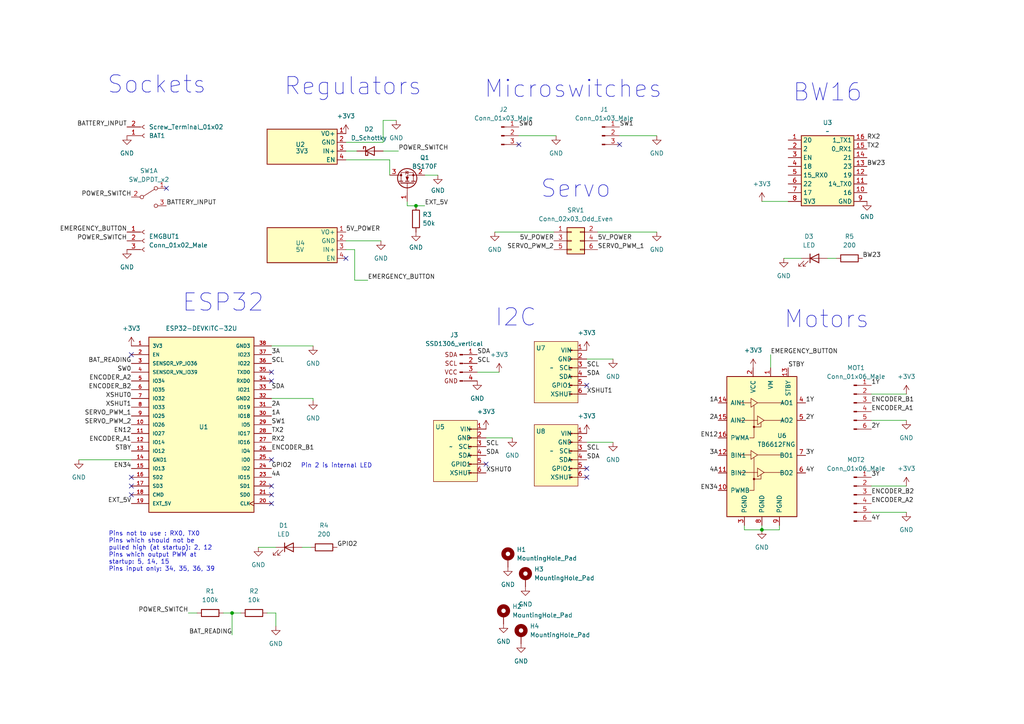
<source format=kicad_sch>
(kicad_sch (version 20231120) (generator "eeschema") (generator_version "8.0")
  (paper "A4")
  (title_block (comment 1 "First version of 2025 PAMI (2024-10)"))
  (lib_symbols
    (symbol "Connector:Conn_01x02_Female" (pin_names (offset 1.016) hide)
      (property "Reference" "J" (at 0 2.54 0))
      (property "Value" "Conn_01x02_Female" (at 0 -5.08 0))
      (symbol "Conn_01x02_Female_1_1"
        (arc (start 0 -2.032) (mid -0.5058 -2.54) (end 0 -3.048) (stroke (width 0.1524)))
        (polyline (pts (xy -1.27 -2.54) (xy -0.508 -2.54)) (stroke (width 0.1524)))
        (polyline (pts (xy -1.27 0) (xy -0.508 0)) (stroke (width 0.1524)))
        (arc (start 0 0.508) (mid -0.5058 0) (end 0 -0.508) (stroke (width 0.1524)))
        (pin passive line (at -5.08 0 0) (length 3.81) (name "Pin_1") (number "1"))
        (pin passive line (at -5.08 -2.54 0) (length 3.81) (name "Pin_2") (number "2"))
      )
    )
    (symbol "Connector:Conn_01x03_Female" (pin_names (offset 1.016) hide)
      (property "Reference" "J" (at 0 5.08 0))
      (property "Value" "Conn_01x03_Female" (at 0 -5.08 0))
      (symbol "Conn_01x03_Female_1_1"
        (arc (start 0 -2.032) (mid -0.5058 -2.54) (end 0 -3.048) (stroke (width 0.1524)))
        (polyline (pts (xy -1.27 -2.54) (xy -0.508 -2.54)) (stroke (width 0.1524)))
        (polyline (pts (xy -1.27 0) (xy -0.508 0)) (stroke (width 0.1524)))
        (polyline (pts (xy -1.27 2.54) (xy -0.508 2.54)) (stroke (width 0.1524)))
        (arc (start 0 0.508) (mid -0.5058 0) (end 0 -0.508) (stroke (width 0.1524)))
        (arc (start 0 3.048) (mid -0.5058 2.54) (end 0 2.032) (stroke (width 0.1524)))
        (pin passive line (at -5.08 2.54 0) (length 3.81) (name "Pin_1") (number "1"))
        (pin passive line (at -5.08 0 0) (length 3.81) (name "Pin_2") (number "2"))
        (pin passive line (at -5.08 -2.54 0) (length 3.81) (name "Pin_3") (number "3"))
      )
    )
    (symbol "Connector:Conn_01x03_Male" (pin_names (offset 1.016) hide)
      (property "Reference" "J" (at 0 5.08 0))
      (property "Value" "Conn_01x03_Male" (at 0 -5.08 0))
      (symbol "Conn_01x03_Male_1_1"
        (polyline (pts (xy 1.27 -2.54) (xy 0.8636 -2.54)) (stroke (width 0.1524)))
        (polyline (pts (xy 1.27 0) (xy 0.8636 0)) (stroke (width 0.1524)))
        (polyline (pts (xy 1.27 2.54) (xy 0.8636 2.54)) (stroke (width 0.1524)))
        (rectangle (start 0.8636 -2.413) (end 0 -2.667) (stroke (width 0.1524)) (fill (type outline)))
        (rectangle (start 0.8636 0.127) (end 0 -0.127) (stroke (width 0.1524)) (fill (type outline)))
        (rectangle (start 0.8636 2.667) (end 0 2.413) (stroke (width 0.1524)) (fill (type outline)))
        (pin passive line (at 5.08 2.54 180) (length 3.81) (name "Pin_1") (number "1"))
        (pin passive line (at 5.08 0 180) (length 3.81) (name "Pin_2") (number "2"))
        (pin passive line (at 5.08 -2.54 180) (length 3.81) (name "Pin_3") (number "3"))
      )
    )
    (symbol "Connector:Conn_01x06_Male" (pin_names (offset 1.016) hide)
      (property "Reference" "J" (at 0 7.62 0))
      (property "Value" "Conn_01x06_Male" (at 0 -10.16 0))
      (symbol "Conn_01x06_Male_1_1"
        (polyline (pts (xy 1.27 -7.62) (xy 0.8636 -7.62)) (stroke (width 0.1524)))
        (polyline (pts (xy 1.27 -5.08) (xy 0.8636 -5.08)) (stroke (width 0.1524)))
        (polyline (pts (xy 1.27 -2.54) (xy 0.8636 -2.54)) (stroke (width 0.1524)))
        (polyline (pts (xy 1.27 0) (xy 0.8636 0)) (stroke (width 0.1524)))
        (polyline (pts (xy 1.27 2.54) (xy 0.8636 2.54)) (stroke (width 0.1524)))
        (polyline (pts (xy 1.27 5.08) (xy 0.8636 5.08)) (stroke (width 0.1524)))
        (rectangle (start 0.8636 -7.493) (end 0 -7.747) (stroke (width 0.1524)) (fill (type outline)))
        (rectangle (start 0.8636 -4.953) (end 0 -5.207) (stroke (width 0.1524)) (fill (type outline)))
        (rectangle (start 0.8636 -2.413) (end 0 -2.667) (stroke (width 0.1524)) (fill (type outline)))
        (rectangle (start 0.8636 0.127) (end 0 -0.127) (stroke (width 0.1524)) (fill (type outline)))
        (rectangle (start 0.8636 2.667) (end 0 2.413) (stroke (width 0.1524)) (fill (type outline)))
        (rectangle (start 0.8636 5.207) (end 0 4.953) (stroke (width 0.1524)) (fill (type outline)))
        (pin passive line (at 5.08 5.08 180) (length 3.81) (name "Pin_1") (number "1"))
        (pin passive line (at 5.08 2.54 180) (length 3.81) (name "Pin_2") (number "2"))
        (pin passive line (at 5.08 0 180) (length 3.81) (name "Pin_3") (number "3"))
        (pin passive line (at 5.08 -2.54 180) (length 3.81) (name "Pin_4") (number "4"))
        (pin passive line (at 5.08 -5.08 180) (length 3.81) (name "Pin_5") (number "5"))
        (pin passive line (at 5.08 -7.62 180) (length 3.81) (name "Pin_6") (number "6"))
      )
    )
    (symbol "Connector_Generic:Conn_02x03_Odd_Even" (pin_names (offset 1.016) hide)
      (property "Reference" "J" (at 1.27 5.08 0))
      (property "Value" "Conn_02x03_Odd_Even" (at 1.27 -5.08 0))
      (symbol "Conn_02x03_Odd_Even_1_1"
        (rectangle (start -1.27 -2.413) (end 0 -2.667) (stroke (width 0.1524)))
        (rectangle (start -1.27 0.127) (end 0 -0.127) (stroke (width 0.1524)))
        (rectangle (start -1.27 2.667) (end 0 2.413) (stroke (width 0.1524)))
        (rectangle (start -1.27 3.81) (end 3.81 -3.81) (stroke (width 0.254)) (fill (type background)))
        (rectangle (start 3.81 -2.413) (end 2.54 -2.667) (stroke (width 0.1524)))
        (rectangle (start 3.81 0.127) (end 2.54 -0.127) (stroke (width 0.1524)))
        (rectangle (start 3.81 2.667) (end 2.54 2.413) (stroke (width 0.1524)))
        (pin passive line (at -5.08 2.54 0) (length 3.81) (name "Pin_1") (number "1"))
        (pin passive line (at 7.62 2.54 180) (length 3.81) (name "Pin_2") (number "2"))
        (pin passive line (at -5.08 0 0) (length 3.81) (name "Pin_3") (number "3"))
        (pin passive line (at 7.62 0 180) (length 3.81) (name "Pin_4") (number "4"))
        (pin passive line (at -5.08 -2.54 0) (length 3.81) (name "Pin_5") (number "5"))
        (pin passive line (at 7.62 -2.54 180) (length 3.81) (name "Pin_6") (number "6"))
      )
    )
    (symbol "Device:D_Schottky" (pin_numbers hide) (pin_names (offset 1.016) hide)
      (property "Reference" "D" (at 0 2.54 0))
      (property "Value" "D_Schottky" (at 0 -2.54 0))
      (symbol "D_Schottky_0_1"
        (polyline (pts (xy 1.27 0) (xy -1.27 0)))
        (polyline (pts (xy 1.27 1.27) (xy 1.27 -1.27) (xy -1.27 0) (xy 1.27 1.27)) (stroke (width 0.254)))
        (polyline (pts (xy -1.905 0.635) (xy -1.905 1.27) (xy -1.27 1.27) (xy -1.27 -1.27) (xy -0.635 -1.27) (xy -0.635 -0.635)) (stroke (width 0.254)))
      )
      (symbol "D_Schottky_1_1"
        (pin passive line (at -3.81 0 0) (length 2.54) (name "K") (number "1"))
        (pin passive line (at 3.81 0 180) (length 2.54) (name "A") (number "2"))
      )
    )
    (symbol "Device:LED" (pin_numbers hide) (pin_names (offset 1.016) hide)
      (property "Reference" "D" (at 0 2.54 0))
      (property "Value" "LED" (at 0 -2.54 0))
      (symbol "LED_0_1"
        (polyline (pts (xy -1.27 -1.27) (xy -1.27 1.27)) (stroke (width 0.254)))
        (polyline (pts (xy -1.27 0) (xy 1.27 0)))
        (polyline (pts (xy 1.27 -1.27) (xy 1.27 1.27) (xy -1.27 0) (xy 1.27 -1.27)) (stroke (width 0.254)))
        (polyline (pts (xy -3.048 -0.762) (xy -4.572 -2.286) (xy -3.81 -2.286) (xy -4.572 -2.286) (xy -4.572 -1.524)))
        (polyline (pts (xy -1.778 -0.762) (xy -3.302 -2.286) (xy -2.54 -2.286) (xy -3.302 -2.286) (xy -3.302 -1.524)))
      )
      (symbol "LED_1_1"
        (pin passive line (at -3.81 0 0) (length 2.54) (name "K") (number "1"))
        (pin passive line (at 3.81 0 180) (length 2.54) (name "A") (number "2"))
      )
    )
    (symbol "Device:R" (pin_numbers hide) (pin_names (offset 0))
      (property "Reference" "R" (at 2.032 0 90))
      (property "Value" "R" (at 0 0 90))
      (symbol "R_0_1"
        (rectangle (start -1.016 -2.54) (end 1.016 2.54) (stroke (width 0.254)))
      )
      (symbol "R_1_1"
        (pin passive line (at 0 3.81 270) (length 1.27) (name "~") (number "1"))
        (pin passive line (at 0 -3.81 90) (length 1.27) (name "~") (number "2"))
      )
    )
    (symbol "ESP32-DEVKITC-32U:ESP32-DEVKITC-32U" (pin_names (offset 1.016))
      (property "Reference" "U" (at -15.2572 26.0643 0))
      (property "Value" "ESP32-DEVKITC-32U" (at -15.2563 -27.9698 0))
      (symbol "ESP32-DEVKITC-32U_0_0"
        (rectangle (start -15.24 -25.4) (end 15.24 25.4) (stroke (width 0.254)) (fill (type background)))
        (pin power_in line (at -20.32 22.86 0) (length 5.08) (name "3V3") (number "1"))
        (pin bidirectional line (at -20.32 0 0) (length 5.08) (name "IO26") (number "10"))
        (pin bidirectional line (at -20.32 -2.54 0) (length 5.08) (name "IO27") (number "11"))
        (pin bidirectional line (at -20.32 -5.08 0) (length 5.08) (name "IO14") (number "12"))
        (pin bidirectional line (at -20.32 -7.62 0) (length 5.08) (name "IO12") (number "13"))
        (pin power_in line (at -20.32 -10.16 0) (length 5.08) (name "GND1") (number "14"))
        (pin bidirectional line (at -20.32 -12.7 0) (length 5.08) (name "IO13") (number "15"))
        (pin bidirectional line (at -20.32 -15.24 0) (length 5.08) (name "SD2") (number "16"))
        (pin bidirectional line (at -20.32 -17.78 0) (length 5.08) (name "SD3") (number "17"))
        (pin bidirectional line (at -20.32 -20.32 0) (length 5.08) (name "CMD") (number "18"))
        (pin power_in line (at -20.32 -22.86 0) (length 5.08) (name "EXT_5V") (number "19"))
        (pin input line (at -20.32 20.32 0) (length 5.08) (name "EN") (number "2"))
        (pin input clock (at 20.32 -22.86 180) (length 5.08) (name "CLK") (number "20"))
        (pin bidirectional line (at 20.32 -20.32 180) (length 5.08) (name "SD0") (number "21"))
        (pin bidirectional line (at 20.32 -17.78 180) (length 5.08) (name "SD1") (number "22"))
        (pin bidirectional line (at 20.32 -15.24 180) (length 5.08) (name "IO15") (number "23"))
        (pin bidirectional line (at 20.32 -12.7 180) (length 5.08) (name "IO2") (number "24"))
        (pin bidirectional line (at 20.32 -10.16 180) (length 5.08) (name "IO0") (number "25"))
        (pin bidirectional line (at 20.32 -7.62 180) (length 5.08) (name "IO4") (number "26"))
        (pin bidirectional line (at 20.32 -5.08 180) (length 5.08) (name "IO16") (number "27"))
        (pin bidirectional line (at 20.32 -2.54 180) (length 5.08) (name "IO17") (number "28"))
        (pin bidirectional line (at 20.32 0 180) (length 5.08) (name "IO5") (number "29"))
        (pin bidirectional line (at 20.32 2.54 180) (length 5.08) (name "IO18") (number "30"))
        (pin bidirectional line (at 20.32 5.08 180) (length 5.08) (name "IO19") (number "31"))
        (pin power_in line (at 20.32 7.62 180) (length 5.08) (name "GND2") (number "32"))
        (pin bidirectional line (at 20.32 10.16 180) (length 5.08) (name "IO21") (number "33"))
        (pin input line (at 20.32 12.7 180) (length 5.08) (name "RXD0") (number "34"))
        (pin output line (at 20.32 15.24 180) (length 5.08) (name "TXD0") (number "35"))
        (pin bidirectional line (at 20.32 17.78 180) (length 5.08) (name "IO22") (number "36"))
        (pin bidirectional line (at 20.32 20.32 180) (length 5.08) (name "IO23") (number "37"))
        (pin power_in line (at 20.32 22.86 180) (length 5.08) (name "GND3") (number "38"))
        (pin bidirectional line (at -20.32 12.7 0) (length 5.08) (name "IO34") (number "5"))
        (pin bidirectional line (at -20.32 10.16 0) (length 5.08) (name "IO35") (number "6"))
        (pin bidirectional line (at -20.32 7.62 0) (length 5.08) (name "IO32") (number "7"))
        (pin bidirectional line (at -20.32 5.08 0) (length 5.08) (name "IO33") (number "8"))
        (pin bidirectional line (at -20.32 2.54 0) (length 5.08) (name "IO25") (number "9"))
      )
      (symbol "ESP32-DEVKITC-32U_1_0"
        (pin input line (at -20.32 17.78 0) (length 5.08) (name "SENSOR_VP_IO36") (number "3"))
        (pin input line (at -20.32 15.24 0) (length 5.08) (name "SENSOR_VN_IO39") (number "4"))
      )
    )
    (symbol "GND_1" (power) (pin_names (offset 0))
      (property "Value" "GND_1" (at 0 -3.81 0))
      (symbol "GND_1_0_1"
        (polyline (pts (xy 0 0) (xy 0 -1.27) (xy 1.27 -1.27) (xy 0 -2.54) (xy -1.27 -1.27) (xy 0 -1.27)))
      )
      (symbol "GND_1_1_1"
        (pin power_in line (at 0 0 270) (length 0) hide (name "GND") (number "1"))
      )
    )
    (symbol "Mechanical:MountingHole_Pad" (pin_numbers hide) (pin_names (offset 1.016) hide)
      (property "Reference" "H" (at 0 6.35 0))
      (property "Value" "MountingHole_Pad" (at 0 4.445 0))
      (symbol "MountingHole_Pad_0_1"
        (circle (center 0 1.27) (radius 1.27) (stroke (width 1.27)))
      )
      (symbol "MountingHole_Pad_1_1"
        (pin input line (at 0 -2.54 90) (length 2.54) (name "1") (number "1"))
      )
    )
    (symbol "MiAM_ESP32:BW16_Breakout"
      (property "Reference" "U" (at 0 0 0))
      (symbol "BW16_Breakout_1_1"
        (rectangle (start -2.54 -1.27) (end 12.7 -21.59) (stroke (width 0.254)) (fill (type background)))
        (pin passive line (at -6.35 -2.54 0) (length 3.81) (name "20") (number "1"))
        (pin passive line (at 16.51 -17.78 180) (length 3.81) (name "16") (number "10"))
        (pin passive line (at 16.51 -15.24 180) (length 3.81) (name "14_TX0") (number "11"))
        (pin passive line (at 16.51 -12.7 180) (length 3.81) (name "19") (number "12"))
        (pin passive line (at 16.51 -10.16 180) (length 3.81) (name "23") (number "13"))
        (pin passive line (at 16.51 -7.62 180) (length 3.81) (name "21") (number "14"))
        (pin passive line (at 16.51 -5.08 180) (length 3.81) (name "0_RX1") (number "15"))
        (pin passive line (at 16.51 -2.54 180) (length 3.81) (name "1_TX1") (number "16"))
        (pin passive line (at -6.35 -5.08 0) (length 3.81) (name "2") (number "2"))
        (pin passive line (at -6.35 -7.62 0) (length 3.81) (name "EN") (number "3"))
        (pin passive line (at -6.35 -10.16 0) (length 3.81) (name "18") (number "4"))
        (pin passive line (at -6.35 -12.7 0) (length 3.81) (name "15_RX0") (number "5"))
        (pin passive line (at -6.35 -15.24 0) (length 3.81) (name "22") (number "6"))
        (pin passive line (at -6.35 -17.78 0) (length 3.81) (name "17") (number "7"))
        (pin passive line (at -6.35 -20.32 0) (length 3.81) (name "3V3") (number "8"))
        (pin passive line (at 16.51 -20.32 180) (length 3.81) (name "GND") (number "9"))
      )
    )
    (symbol "MiAM_ESP32:SSD1306_vertical" (pin_names (offset 1.016) hide)
      (property "Reference" "J" (at 0 5.08 0))
      (property "Value" "SSD1306_vertical" (at 0 -7.62 0))
      (symbol "SSD1306_vertical_1_1"
        (polyline (pts (xy 1.27 -5.08) (xy 0.8636 -5.08)) (stroke (width 0.1524)))
        (polyline (pts (xy 1.27 -2.54) (xy 0.8636 -2.54)) (stroke (width 0.1524)))
        (polyline (pts (xy 1.27 0) (xy 0.8636 0)) (stroke (width 0.1524)))
        (polyline (pts (xy 1.27 2.54) (xy 0.8636 2.54)) (stroke (width 0.1524)))
        (rectangle (start 0.8636 -4.953) (end 0 -5.207) (stroke (width 0.1524)) (fill (type outline)))
        (rectangle (start 0.8636 -2.413) (end 0 -2.667) (stroke (width 0.1524)) (fill (type outline)))
        (rectangle (start 0.8636 0.127) (end 0 -0.127) (stroke (width 0.1524)) (fill (type outline)))
        (rectangle (start 0.8636 2.667) (end 0 2.413) (stroke (width 0.1524)) (fill (type outline)))
        (text "GND" (at -2.54 -5.08 0) (effects (font (size 1.27 1.27))))
        (text "SCL" (at -2.54 0 0) (effects (font (size 1.27 1.27))))
        (text "SDA" (at -2.54 2.54 0) (effects (font (size 1.27 1.27))))
        (text "VCC" (at -2.54 -2.54 0) (effects (font (size 1.27 1.27))))
        (pin passive line (at 5.08 2.54 180) (length 3.81) (name "SDA") (number "1"))
        (pin passive line (at 5.08 0 180) (length 3.81) (name "SCL") (number "2"))
        (pin passive line (at 5.08 -2.54 180) (length 3.81) (name "VCC") (number "3"))
        (pin passive line (at 5.08 -5.08 180) (length 3.81) (name "GND") (number "4"))
      )
    )
    (symbol "MiAM_ESP32:TB6612FNG" (pin_names (offset 1.016))
      (property "Reference" "U" (at -5.08 26.035 0))
      (property "Value" "TB6612FNG" (at -5.08 24.13 0))
      (symbol "TB6612FNG_0_1"
        (rectangle (start -10.16 22.86) (end 10.16 -17.78) (stroke (width 0.254)) (fill (type background)))
        (circle (center -2.286 -6.858) (radius 0.254) (fill (type outline)))
        (circle (center -2.286 8.255) (radius 0.254) (fill (type outline)))
        (polyline (pts (xy -6.35 -4.953) (xy -1.27 -4.953)))
        (polyline (pts (xy -6.35 0.127) (xy -3.175 0.127)))
        (polyline (pts (xy -6.35 10.16) (xy -1.27 10.16)))
        (polyline (pts (xy -6.35 15.24) (xy -3.175 15.24)))
        (polyline (pts (xy -1.27 0.127) (xy 6.35 0.127)))
        (polyline (pts (xy -1.27 15.24) (xy 6.35 15.24)))
        (polyline (pts (xy 0.635 -4.953) (xy 6.35 -4.953)))
        (polyline (pts (xy 0.635 10.16) (xy 6.35 10.16)))
        (polyline (pts (xy -2.286 -6.858) (xy -0.254 -6.858) (xy -0.254 -5.588)))
        (polyline (pts (xy -2.286 -0.635) (xy -2.286 -10.16) (xy -3.556 -10.16)))
        (polyline (pts (xy -2.286 8.255) (xy -0.254 8.255) (xy -0.254 9.525)))
        (polyline (pts (xy -2.286 14.478) (xy -2.286 5.08) (xy -3.556 5.08)))
        (polyline (pts (xy -3.175 1.397) (xy -3.175 -1.143) (xy -1.27 0.127) (xy -3.175 1.397)))
        (polyline (pts (xy -3.175 16.51) (xy -3.175 13.97) (xy -1.27 15.24) (xy -3.175 16.51)))
        (polyline (pts (xy -1.27 -3.683) (xy -1.27 -6.223) (xy 0.635 -4.953) (xy -1.27 -3.683)))
        (polyline (pts (xy -1.27 11.43) (xy -1.27 8.89) (xy 0.635 10.16) (xy -1.27 11.43)))
      )
      (symbol "TB6612FNG_1_1"
        (pin power_in line (at 2.54 25.4 270) (length 2.54) (name "VM") (number "1"))
        (pin input line (at -12.7 -10.16 0) (length 2.54) (name "PWMB") (number "10"))
        (pin input line (at -12.7 -5.08 0) (length 2.54) (name "BIN2") (number "11"))
        (pin input line (at -12.7 0 0) (length 2.54) (name "BIN1") (number "12"))
        (pin input line (at 7.62 25.4 270) (length 2.54) (name "STBY") (number "13"))
        (pin input line (at -12.7 15.24 0) (length 2.54) (name "AIN1") (number "14"))
        (pin input line (at -12.7 10.16 0) (length 2.54) (name "AIN2") (number "15"))
        (pin input line (at -12.7 5.08 0) (length 2.54) (name "PWMA") (number "16"))
        (pin power_in line (at -2.54 25.4 270) (length 2.54) (name "VCC") (number "2"))
        (pin power_in line (at -5.08 -20.32 90) (length 2.54) (name "PGND") (number "3"))
        (pin output line (at 12.7 15.24 180) (length 2.54) (name "AO1") (number "4"))
        (pin output line (at 12.7 10.16 180) (length 2.54) (name "AO2") (number "5"))
        (pin output line (at 12.7 -5.08 180) (length 2.54) (name "BO2") (number "6"))
        (pin output line (at 12.7 0 180) (length 2.54) (name "BO1") (number "7"))
        (pin power_in line (at 0 -20.32 90) (length 2.54) (name "PGND") (number "8"))
        (pin power_in line (at 5.08 -20.32 90) (length 2.54) (name "PGND") (number "9"))
      )
    )
    (symbol "MiAM_ESP32:VL53L01XV2"
      (property "Reference" "U" (at 0 0 0))
      (symbol "VL53L01XV2_1_1"
        (rectangle (start -5.08 7.62) (end 7.62 -10.16) (fill (type background)))
        (polyline (pts (xy 6.35 -7.62) (xy 5.9436 -7.62)) (stroke (width 0.1524)))
        (polyline (pts (xy 6.35 -5.08) (xy 5.9436 -5.08)) (stroke (width 0.1524)))
        (polyline (pts (xy 6.35 -2.54) (xy 5.9436 -2.54)) (stroke (width 0.1524)))
        (polyline (pts (xy 6.35 0) (xy 5.9436 0)) (stroke (width 0.1524)))
        (polyline (pts (xy 6.35 2.54) (xy 5.9436 2.54)) (stroke (width 0.1524)))
        (polyline (pts (xy 6.35 5.08) (xy 5.9436 5.08)) (stroke (width 0.1524)))
        (rectangle (start 5.9436 -7.493) (end 5.08 -7.747) (stroke (width 0.1524)) (fill (type outline)))
        (rectangle (start 5.9436 -4.953) (end 5.08 -5.207) (stroke (width 0.1524)) (fill (type outline)))
        (rectangle (start 5.9436 -2.413) (end 5.08 -2.667) (stroke (width 0.1524)) (fill (type outline)))
        (rectangle (start 5.9436 0.127) (end 5.08 -0.127) (stroke (width 0.1524)) (fill (type outline)))
        (rectangle (start 5.9436 2.667) (end 5.08 2.413) (stroke (width 0.1524)) (fill (type outline)))
        (rectangle (start 5.9436 5.207) (end 5.08 4.953) (stroke (width 0.1524)) (fill (type outline)))
        (pin passive line (at 10.16 5.08 180) (length 3.81) (name "VIN") (number "1"))
        (pin passive line (at 10.16 2.54 180) (length 3.81) (name "GND") (number "2"))
        (pin passive line (at 10.16 0 180) (length 3.81) (name "SCL") (number "3"))
        (pin passive line (at 10.16 -2.54 180) (length 3.81) (name "SDA") (number "4"))
        (pin passive line (at 10.16 -5.08 180) (length 3.81) (name "GPIO1") (number "5"))
        (pin passive line (at 10.16 -7.62 180) (length 3.81) (name "XSHUT") (number "6"))
      )
    )
    (symbol "MiAM_ESP32:VoltageRegulator"
      (property "Reference" "U" (at -2.54 10.16 0))
      (property "Value" "VoltageRegulator" (at -2.54 7.62 0))
      (symbol "VoltageRegulator_0_1"
        (rectangle (start -10.16 5.08) (end 10.16 -5.08) (stroke (width 0.254)) (fill (type background)))
      )
      (symbol "VoltageRegulator_1_1"
        (pin power_out line (at 12.7 3.81 180) (length 2.54) (name "VO+") (number "1"))
        (pin passive line (at 12.7 1.27 180) (length 2.54) (name "GND") (number "2"))
        (pin power_in line (at 12.7 -1.27 180) (length 2.54) (name "IN+") (number "3"))
        (pin input line (at 12.7 -3.81 180) (length 2.54) (name "EN") (number "4"))
      )
    )
    (symbol "Switch:SW_DPDT_x2" (pin_names (offset 0) hide)
      (property "Reference" "SW" (at 0 4.318 0))
      (property "Value" "SW_DPDT_x2" (at 0 -5.08 0))
      (symbol "SW_DPDT_x2_0_0"
        (circle (center -2.032 0) (radius 0.508))
        (circle (center 2.032 -2.54) (radius 0.508))
      )
      (symbol "SW_DPDT_x2_0_1"
        (polyline (pts (xy -1.524 0.254) (xy 1.651 2.286)))
        (circle (center 2.032 2.54) (radius 0.508))
      )
      (symbol "SW_DPDT_x2_1_1"
        (pin passive line (at 5.08 2.54 180) (length 2.54) (name "A") (number "1"))
        (pin passive line (at -5.08 0 0) (length 2.54) (name "B") (number "2"))
        (pin passive line (at 5.08 -2.54 180) (length 2.54) (name "C") (number "3"))
      )
      (symbol "SW_DPDT_x2_2_1"
        (pin passive line (at 5.08 2.54 180) (length 2.54) (name "A") (number "4"))
        (pin passive line (at -5.08 0 0) (length 2.54) (name "B") (number "5"))
        (pin passive line (at 5.08 -2.54 180) (length 2.54) (name "C") (number "6"))
      )
    )
    (symbol "Transistor_FET:BS170F" (pin_names hide)
      (property "Reference" "Q" (at 5.08 1.905 0))
      (property "Value" "BS170F" (at 5.08 0 0))
      (symbol "BS170F_0_1"
        (polyline (pts (xy 0.254 0) (xy -2.54 0)))
        (polyline (pts (xy 0.254 1.905) (xy 0.254 -1.905)) (stroke (width 0.254)))
        (polyline (pts (xy 0.762 -1.27) (xy 0.762 -2.286)) (stroke (width 0.254)))
        (polyline (pts (xy 0.762 0.508) (xy 0.762 -0.508)) (stroke (width 0.254)))
        (polyline (pts (xy 0.762 2.286) (xy 0.762 1.27)) (stroke (width 0.254)))
        (polyline (pts (xy 2.54 2.54) (xy 2.54 1.778)))
        (polyline (pts (xy 2.54 -2.54) (xy 2.54 0) (xy 0.762 0)))
        (polyline (pts (xy 0.762 -1.778) (xy 3.302 -1.778) (xy 3.302 1.778) (xy 0.762 1.778)))
        (polyline (pts (xy 1.016 0) (xy 2.032 0.381) (xy 2.032 -0.381) (xy 1.016 0)) (fill (type outline)))
        (polyline (pts (xy 2.794 0.508) (xy 2.921 0.381) (xy 3.683 0.381) (xy 3.81 0.254)))
        (polyline (pts (xy 3.302 0.381) (xy 2.921 -0.254) (xy 3.683 -0.254) (xy 3.302 0.381)))
        (circle (center 1.651 0) (radius 2.794) (stroke (width 0.254)))
        (circle (center 2.54 -1.778) (radius 0.254) (fill (type outline)))
        (circle (center 2.54 1.778) (radius 0.254) (fill (type outline)))
      )
      (symbol "BS170F_1_1"
        (pin input line (at -5.08 0 0) (length 2.54) (name "G") (number "1"))
        (pin passive line (at 2.54 -5.08 90) (length 2.54) (name "S") (number "2"))
        (pin passive line (at 2.54 5.08 270) (length 2.54) (name "D") (number "3"))
      )
    )
    (symbol "power:+3V3" (power) (pin_names (offset 0))
      (property "Value" "+3V3" (at 0 3.556 0))
      (symbol "+3V3_0_1"
        (polyline (pts (xy -0.762 1.27) (xy 0 2.54)))
        (polyline (pts (xy 0 0) (xy 0 2.54)))
        (polyline (pts (xy 0 2.54) (xy 0.762 1.27)))
      )
      (symbol "+3V3_1_1"
        (pin power_in line (at 0 0 90) (length 0) hide (name "+3V3") (number "1"))
      )
    )
    (symbol "power:GND" (power) (pin_names (offset 0))
      (property "Value" "GND" (at 0 -3.81 0))
      (symbol "GND_0_1"
        (polyline (pts (xy 0 0) (xy 0 -1.27) (xy 1.27 -1.27) (xy 0 -2.54) (xy -1.27 -1.27) (xy 0 -1.27)))
      )
      (symbol "GND_1_1"
        (pin power_in line (at 0 0 270) (length 0) hide (name "GND") (number "1"))
      )
    )
  )
  (junction (at 120.65 59.69))
  (junction (at 220.98 153.67))
  (junction (at 67.31 177.8))
  (no_connect (at 78.74 110.49))
  (no_connect (at 78.74 133.35))
  (no_connect (at 78.74 140.97))
  (no_connect (at 140.97 134.62))
  (no_connect (at 100.33 74.93))
  (no_connect (at 78.74 107.95))
  (no_connect (at 170.18 111.76))
  (no_connect (at 38.1 138.43))
  (no_connect (at 48.26 54.61))
  (no_connect (at 170.18 135.89))
  (no_connect (at 170.18 138.43))
  (no_connect (at 150.495 41.91))
  (no_connect (at 78.74 143.51))
  (no_connect (at 38.1 143.51))
  (no_connect (at 38.1 102.87))
  (no_connect (at 38.1 140.97))
  (no_connect (at 78.74 146.05))
  (no_connect (at 179.705 41.91))
  (wire (pts (xy 111.125 34.925) (xy 114.935 34.925)))
  (wire (pts (xy 220.98 58.42) (xy 228.6 58.42)))
  (wire (pts (xy 102.87 72.39) (xy 102.87 81.28)))
  (wire (pts (xy 77.47 177.8) (xy 80.01 177.8)))
  (wire (pts (xy 87.63 158.75) (xy 90.17 158.75)))
  (wire (pts (xy 64.77 177.8) (xy 67.31 177.8)))
  (wire (pts (xy 111.125 41.275) (xy 100.33 41.275)))
  (wire (pts (xy 90.805 116.205) (xy 90.805 115.57)))
  (wire (pts (xy 223.52 102.87) (xy 223.52 106.68)))
  (wire (pts (xy 252.73 148.59) (xy 262.89 148.59)))
  (wire (pts (xy 138.43 107.95) (xy 144.78 107.95)))
  (wire (pts (xy 67.31 177.8) (xy 67.31 184.15)))
  (wire (pts (xy 140.97 127) (xy 148.59 127)))
  (wire (pts (xy 170.18 104.14) (xy 177.8 104.14)))
  (wire (pts (xy 118.11 59.69) (xy 118.11 58.42)))
  (wire (pts (xy 74.93 158.75) (xy 80.01 158.75)))
  (wire (pts (xy 90.805 115.57) (xy 78.74 115.57)))
  (wire (pts (xy 179.705 39.37) (xy 190.5 39.37)))
  (wire (pts (xy 120.65 59.69) (xy 123.19 59.69)))
  (wire (pts (xy 226.06 153.67) (xy 226.06 152.4)))
  (wire (pts (xy 227.33 74.93) (xy 232.41 74.93)))
  (wire (pts (xy 111.125 43.815) (xy 115.57 43.815)))
  (wire (pts (xy 143.51 67.31) (xy 160.655 67.31)))
  (wire (pts (xy 102.87 81.28) (xy 106.68 81.28)))
  (wire (pts (xy 111.125 34.925) (xy 111.125 41.275)))
  (wire (pts (xy 100.33 46.355) (xy 113.03 46.355)))
  (wire (pts (xy 78.74 100.33) (xy 90.805 100.33)))
  (wire (pts (xy 215.9 153.67) (xy 215.9 152.4)))
  (wire (pts (xy 220.98 152.4) (xy 220.98 153.67)))
  (wire (pts (xy 252.73 114.3) (xy 262.89 114.3)))
  (wire (pts (xy 69.85 177.8) (xy 67.31 177.8)))
  (wire (pts (xy 22.86 133.35) (xy 38.1 133.35)))
  (wire (pts (xy 123.19 50.8) (xy 127 50.8)))
  (wire (pts (xy 118.11 59.69) (xy 120.65 59.69)))
  (wire (pts (xy 170.18 128.27) (xy 177.8 128.27)))
  (wire (pts (xy 215.9 153.67) (xy 220.98 153.67)))
  (wire (pts (xy 100.33 72.39) (xy 102.87 72.39)))
  (wire (pts (xy 252.73 140.97) (xy 262.89 140.97)))
  (wire (pts (xy 113.03 46.355) (xy 113.03 50.8)))
  (wire (pts (xy 220.98 153.67) (xy 226.06 153.67)))
  (wire (pts (xy 54.61 177.8) (xy 57.15 177.8)))
  (wire (pts (xy 252.73 121.92) (xy 262.89 121.92)))
  (wire (pts (xy 240.03 74.93) (xy 242.57 74.93)))
  (wire (pts (xy 173.355 67.31) (xy 190.5 67.31)))
  (wire (pts (xy 103.505 43.815) (xy 100.33 43.815)))
  (wire (pts (xy 80.01 177.8) (xy 80.01 181.61)))
  (wire (pts (xy 150.495 39.37) (xy 161.29 39.37)))
  (wire (pts (xy 100.33 69.85) (xy 110.49 69.85)))
  (text "Pins not to use : RX0, TX0\nPins which should not be \npulled high (at startup): 2, 12\nPins which output PWM at\nstartup: 5, 14, 15\nPins input only: 34, 35, 36, 39" (at 31.496 165.862 0) (effects (font (size 1.27 1.27)) (justify left bottom)))
  (text "Sockets" (at 45.466 24.638 0) (effects (font (size 5 5))))
  (text "ESP32" (at 52.705 90.805 0) (effects (font (size 5 5)) (justify left bottom)))
  (text "Regulators" (at 102.362 25.146 0) (effects (font (size 5 5))))
  (text "BW16" (at 240.03 26.924 0) (effects (font (size 5 5))))
  (text "Microswitches" (at 166.243 25.908 0) (effects (font (size 5 5))))
  (text "Pin 2 is internal LED" (at 107.95 135.89 0) (effects (font (size 1.27 1.27)) (justify right bottom)))
  (text "I2C" (at 149.606 92.202 0) (effects (font (size 5 5))))
  (text "Motors" (at 239.776 92.71 0) (effects (font (size 5 5))))
  (text "Servo" (at 167.005 54.864 0) (effects (font (size 5 5))))
  (label "EN34" (at 38.1 135.89 180))
  (label "SERVO_PWM_1" (at 38.1 120.65 180))
  (label "ENCODER_A2" (at 252.73 146.05 0))
  (label "3A" (at 78.74 102.87 0))
  (label "EXT_5V" (at 38.1 146.05 180))
  (label "BAT_READING" (at 38.1 105.41 180))
  (label "ENCODER_B1" (at 252.73 116.84 0))
  (label "1A" (at 78.74 120.65 0))
  (label "ENCODER_A2" (at 38.1 110.49 180))
  (label "BATTERY_INPUT" (at 48.26 59.69 0))
  (label "SCL" (at 170.18 130.81 0))
  (label "RX2" (at 78.74 128.27 0))
  (label "XSHUT1" (at 170.18 114.3 0))
  (label "SCL" (at 140.97 129.54 0))
  (label "5V_POWER" (at 173.355 69.85 0))
  (label "5V_POWER" (at 100.33 67.31 0))
  (label "SW0" (at 38.1 107.95 180))
  (label "SDA" (at 170.18 109.22 0))
  (label "EMERGENCY_BUTTON" (at 36.83 67.31 180))
  (label "ENCODER_B2" (at 252.73 143.51 0))
  (label "EN12" (at 38.1 125.73 180))
  (label "ENCODER_A1" (at 38.1 128.27 180))
  (label "ENCODER_B2" (at 38.1 113.03 180))
  (label "BW23" (at 250.19 74.93 0))
  (label "1Y" (at 252.73 111.76 0))
  (label "3Y" (at 233.68 132.08 0))
  (label "BAT_READING" (at 67.31 184.15 180))
  (label "SDA" (at 138.43 102.87 0))
  (label "2A" (at 208.28 121.92 180))
  (label "ENCODER_A1" (at 252.73 119.38 0))
  (label "STBY" (at 38.1 130.81 180))
  (label "4Y" (at 252.73 151.13 0))
  (label "XSHUT0" (at 140.97 137.16 0))
  (label "POWER_SWITCH" (at 38.1 57.15 180))
  (label "GPIO2" (at 97.79 158.75 0))
  (label "1A" (at 208.28 116.84 180))
  (label "BW23" (at 251.46 48.26 0))
  (label "EMERGENCY_BUTTON" (at 223.52 102.87 0))
  (label "SW0" (at 150.495 36.83 0))
  (label "2A" (at 78.74 118.11 0))
  (label "SCL" (at 170.18 106.68 0))
  (label "STBY" (at 228.6 106.68 0))
  (label "SERVO_PWM_2" (at 38.1 123.19 180))
  (label "SCL" (at 138.43 105.41 0))
  (label "SDA" (at 78.74 113.03 0))
  (label "EN34" (at 208.28 142.24 180))
  (label "SW1" (at 179.705 36.83 0))
  (label "GPIO2" (at 78.74 135.89 0))
  (label "POWER_SWITCH" (at 115.57 43.815 0))
  (label "SERVO_PWM_2" (at 160.655 72.39 180))
  (label "2Y" (at 252.73 124.46 0))
  (label "SDA" (at 170.18 133.35 0))
  (label "SW1" (at 78.74 123.19 0))
  (label "3Y" (at 252.73 138.43 0))
  (label "RX2" (at 251.46 40.64 0))
  (label "EN12" (at 208.28 127 180))
  (label "4A" (at 208.28 137.16 180))
  (label "1Y" (at 233.68 116.84 0))
  (label "EMERGENCY_BUTTON" (at 106.68 81.28 0))
  (label "SDA" (at 140.97 132.08 0))
  (label "4A" (at 78.74 138.43 0))
  (label "EXT_5V" (at 123.19 59.69 0))
  (label "TX2" (at 78.74 125.73 0))
  (label "ENCODER_B1" (at 78.74 130.81 0))
  (label "TX2" (at 251.46 43.18 0))
  (label "XSHUT1" (at 38.1 118.11 180))
  (label "3A" (at 208.28 132.08 180))
  (label "5V_POWER" (at 160.655 69.85 180))
  (label "SERVO_PWM_1" (at 173.355 72.39 0))
  (label "2Y" (at 233.68 121.92 0))
  (label "XSHUT0" (at 38.1 115.57 180))
  (label "SCL" (at 78.74 105.41 0))
  (label "4Y" (at 233.68 137.16 0))
  (label "POWER_SWITCH" (at 54.61 177.8 180))
  (label "BATTERY_INPUT" (at 36.83 36.83 180))
  (label "POWER_SWITCH" (at 36.83 69.85 180))
  (symbol (lib_id "power:GND") (at 146.05 180.975 0) (unit 1)
    (property "Reference" "#PWR014" (effects (hide yes)))
    (property "Value" "GND" (at 146.05 186.055 0))
  )
  (symbol (lib_id "Connector:Conn_01x03_Male") (at 174.625 39.37 0) (unit 1)
    (property "Reference" "J1" (at 175.26 31.75 0))
    (property "Value" "Conn_01x03_Male" (at 175.26 34.29 0))
    (property "Footprint" "MiAM_ESP32_Footprints:Microruptor" (effects (hide yes)))
  )
  (symbol (lib_id "power:+3V3") (at 170.18 101.6 0) (unit 1)
    (property "Reference" "#PWR013" (effects (hide yes)))
    (property "Value" "+3V3" (at 170.18 96.52 0))
  )
  (symbol (lib_id "Connector:Conn_01x06_Male") (at 247.65 116.84 0) (unit 1)
    (property "Reference" "MOT1" (at 248.285 106.68 0))
    (property "Value" "Conn_01x06_Male" (at 248.285 109.22 0))
    (property "Footprint" "Connector_PinHeader_2.54mm:PinHeader_1x06_P2.54mm_Vertical" (effects (hide yes)))
  )
  (symbol (lib_id "MiAM_ESP32:VL53L01XV2") (at 130.81 129.54 0) (unit 1)
    (property "Reference" "U5" (at 127.635 123.825 0))
    (property "Value" "~" (at 130.81 129.54 0))
    (property "Footprint" "Connector_PinHeader_2.54mm:PinHeader_1x06_P2.54mm_Vertical" (effects (hide yes)))
  )
  (symbol (lib_id "power:GND") (at 110.49 69.85 0) (unit 1)
    (property "Reference" "#PWR036" (effects (hide yes)))
    (property "Value" "GND" (at 110.49 74.93 0))
  )
  (symbol (lib_id "MiAM_ESP32:SSD1306_vertical") (at 133.35 105.41 0) (unit 1)
    (property "Reference" "J3" (at 131.7299 97.155 0))
    (property "Value" "SSD1306_vertical" (at 131.7299 99.695 0))
    (property "Footprint" "MiAM_ESP32_Footprints:SSD1306_vertical" (effects (hide yes)))
  )
  (symbol (lib_id "Mechanical:MountingHole_Pad") (at 146.05 178.435 0) (unit 1)
    (property "Reference" "H2" (at 148.59 175.895 0) (effects (justify left)))
    (property "Value" "MountingHole_Pad" (at 148.59 178.435 0) (effects (justify left)))
    (property "Footprint" "MountingHole:MountingHole_3.2mm_M3_DIN965_Pad" (effects (hide yes)))
  )
  (symbol (lib_id "Device:R") (at 246.38 74.93 90) (unit 1)
    (property "Reference" "R5" (at 246.38 68.58 90))
    (property "Value" "200" (at 246.38 71.12 90))
    (property "Footprint" "Resistor_SMD:R_0805_2012Metric" (effects (hide yes)))
  )
  (symbol (lib_id "MiAM_ESP32:VL53L01XV2") (at 160.02 130.81 0) (unit 1)
    (property "Reference" "U8" (at 156.845 125.095 0))
    (property "Value" "~" (at 160.02 130.81 0))
    (property "Footprint" "Connector_PinHeader_2.54mm:PinHeader_1x06_P2.54mm_Vertical" (effects (hide yes)))
  )
  (symbol (lib_id "power:+3V3") (at 218.44 106.68 0) (unit 1)
    (property "Reference" "#PWR03" (effects (hide yes)))
    (property "Value" "+3V3" (at 218.44 101.6 0))
  )
  (symbol (lib_id "power:+3V3") (at 262.89 140.97 0) (unit 1)
    (property "Reference" "#PWR016" (effects (hide yes)))
    (property "Value" "+3V3" (at 262.89 135.89 0))
  )
  (symbol (lib_id "power:+3V3") (at 220.98 58.42 0) (unit 1)
    (property "Reference" "#PWR025" (effects (hide yes)))
    (property "Value" "+3V3" (at 220.98 53.34 0))
  )
  (symbol (lib_id "Connector:Conn_01x02_Female") (at 41.91 39.37 0) (mirror x) (unit 1)
    (property "Reference" "BAT1" (at 43.18 39.37 0) (effects (justify left)))
    (property "Value" "Screw_Terminal_01x02" (at 43.18 36.83 0) (effects (justify left)))
    (property "Footprint" "Connector_JST:JST_PH_B2B-PH-K_1x02_P2.00mm_Vertical" (effects (hide yes)))
  )
  (symbol (lib_id "power:GND") (at 227.33 74.93 0) (unit 1)
    (property "Reference" "#PWR032" (effects (hide yes)))
    (property "Value" "GND" (at 227.33 80.01 0))
  )
  (symbol (lib_id "power:GND") (at 147.32 164.465 0) (unit 1)
    (property "Reference" "#PWR012" (effects (hide yes)))
    (property "Value" "GND" (at 147.32 169.545 0))
  )
  (symbol (lib_id "power:GND") (at 74.93 158.75 0) (unit 1)
    (property "Reference" "#PWR035" (effects (hide yes)))
    (property "Value" "GND" (at 74.93 163.83 0))
  )
  (symbol (lib_id "power:GND") (at 22.86 133.35 0) (unit 1)
    (property "Reference" "#PWR01" (effects (hide yes)))
    (property "Value" "GND" (at 22.86 138.43 0))
  )
  (symbol (lib_name "GND_1") (lib_id "power:GND") (at 127 50.8 0) (unit 1)
    (property "Reference" "#PWR033" (effects (hide yes)))
    (property "Value" "GND" (at 127 55.245 0))
  )
  (symbol (lib_id "Transistor_FET:BS170F") (at 118.11 53.34 90) (unit 1)
    (property "Reference" "Q1" (at 123.19 45.72 90))
    (property "Value" "BS170F" (at 123.19 48.26 90))
    (property "Footprint" "Package_TO_SOT_SMD:SOT-23" (effects (hide yes)))
    (property "Datasheet" "http://www.diodes.com/assets/Datasheets/BS170F.pdf" (effects (hide yes)))
  )
  (symbol (lib_id "MiAM_ESP32:VoltageRegulator") (at 87.63 42.545 0) (unit 1)
    (property "Reference" "U2" (at 85.725 41.91 0) (effects (justify left)))
    (property "Value" "3V3" (at 85.725 43.815 0) (effects (justify left)))
    (property "Footprint" "MiAM_ESP32_Footprints:VoltageRegulator" (effects (hide yes)))
  )
  (symbol (lib_id "Device:LED") (at 83.82 158.75 0) (unit 1)
    (property "Reference" "D1" (at 82.2325 152.4 0))
    (property "Value" "LED" (at 82.2325 154.94 0))
    (property "Footprint" "LED_THT:LED_D3.0mm" (effects (hide yes)))
  )
  (symbol (lib_id "MiAM_ESP32:BW16_Breakout") (at 234.95 38.1 0) (unit 1)
    (property "Reference" "U3" (at 240.03 35.56 0))
    (property "Value" "~" (at 240.03 38.1 0))
    (property "Footprint" "MiAM_ESP32_Footprints:BW16_Breakout" (effects (hide yes)))
  )
  (symbol (lib_id "Device:LED") (at 236.22 74.93 0) (unit 1)
    (property "Reference" "D3" (at 234.6325 68.58 0))
    (property "Value" "LED" (at 234.6325 71.12 0))
    (property "Footprint" "LED_THT:LED_D3.0mm" (effects (hide yes)))
  )
  (symbol (lib_id "power:GND") (at 262.89 148.59 0) (unit 1)
    (property "Reference" "#PWR021" (effects (hide yes)))
    (property "Value" "GND" (at 262.89 153.67 0))
  )
  (symbol (lib_id "Device:R") (at 73.66 177.8 90) (unit 1)
    (property "Reference" "R2" (at 73.66 171.45 90))
    (property "Value" "10k" (at 73.66 173.99 90))
    (property "Footprint" "Resistor_SMD:R_0805_2012Metric_Pad1.20x1.40mm_HandSolder" (effects (hide yes)))
  )
  (symbol (lib_id "Device:R") (at 120.65 63.5 0) (unit 1)
    (property "Reference" "R3" (at 122.555 62.23 0) (effects (justify left)))
    (property "Value" "50k" (at 122.555 64.77 0) (effects (justify left)))
    (property "Footprint" "Resistor_SMD:R_0805_2012Metric" (effects (hide yes)))
  )
  (symbol (lib_id "Connector:Conn_01x03_Female") (at 41.91 69.85 0) (unit 1)
    (property "Reference" "EMGBUT1" (at 43.18 68.58 0) (effects (justify left)))
    (property "Value" "Conn_01x02_Male" (at 43.18 71.12 0) (effects (justify left)))
    (property "Footprint" "Connector_JST:JST_PH_B3B-PH-K_1x03_P2.00mm_Vertical" (effects (hide yes)))
  )
  (symbol (lib_id "power:GND") (at 90.805 116.205 0) (unit 1)
    (property "Reference" "#PWR018" (effects (hide yes)))
    (property "Value" "GND" (at 90.805 121.285 0))
  )
  (symbol (lib_id "power:+3V3") (at 38.1 100.33 0) (unit 1)
    (property "Reference" "#PWR015" (effects (hide yes)))
    (property "Value" "+3V3" (at 38.1 95.25 0))
  )
  (symbol (lib_id "power:GND") (at 143.51 67.31 0) (unit 1)
    (property "Reference" "#PWR010" (effects (hide yes)))
    (property "Value" "GND" (at 143.51 72.39 0))
  )
  (symbol (lib_id "MiAM_ESP32:VoltageRegulator") (at 87.63 71.12 0) (unit 1)
    (property "Reference" "U4" (at 85.725 70.485 0) (effects (justify left)))
    (property "Value" "5V" (at 85.725 72.39 0) (effects (justify left)))
    (property "Footprint" "MiAM_ESP32_Footprints:VoltageRegulator" (effects (hide yes)))
  )
  (symbol (lib_id "power:GND") (at 177.8 128.27 0) (unit 1)
    (property "Reference" "#PWR029" (effects (hide yes)))
    (property "Value" "GND" (at 177.8 133.35 0))
  )
  (symbol (lib_id "Device:D_Schottky") (at 107.315 43.815 0) (unit 1)
    (property "Reference" "D2" (at 106.9975 37.465 0))
    (property "Value" "D_Schottky" (at 106.9975 40.005 0))
    (property "Footprint" "Diode_SMD:D_SOD-323_HandSoldering" (effects (hide yes)))
  )
  (symbol (lib_name "GND_1") (lib_id "power:GND") (at 251.46 58.42 0) (unit 1)
    (property "Reference" "#PWR030" (effects (hide yes)))
    (property "Value" "GND" (at 251.46 62.865 0))
  )
  (symbol (lib_id "power:GND") (at 90.805 100.33 0) (unit 1)
    (property "Reference" "#PWR017" (effects (hide yes)))
    (property "Value" "GND" (at 90.805 105.41 0))
  )
  (symbol (lib_id "power:GND") (at 190.5 67.31 0) (unit 1)
    (property "Reference" "#PWR011" (effects (hide yes)))
    (property "Value" "GND" (at 190.5 72.39 0))
  )
  (symbol (lib_id "power:GND") (at 80.01 181.61 0) (unit 1)
    (property "Reference" "#PWR0115" (effects (hide yes)))
    (property "Value" "GND" (at 80.01 186.69 0))
  )
  (symbol (lib_name "GND_1") (lib_id "power:GND") (at 120.65 67.31 0) (unit 1)
    (property "Reference" "#PWR038" (effects (hide yes)))
    (property "Value" "GND" (at 120.65 71.755 0))
  )
  (symbol (lib_id "power:GND") (at 138.43 110.49 0) (unit 1)
    (property "Reference" "#PWR06" (effects (hide yes)))
    (property "Value" "GND" (at 138.43 115.57 0))
  )
  (symbol (lib_id "Device:R") (at 60.96 177.8 90) (unit 1)
    (property "Reference" "R1" (at 60.96 171.45 90))
    (property "Value" "100k" (at 60.96 173.99 90))
    (property "Footprint" "Resistor_SMD:R_0805_2012Metric_Pad1.20x1.40mm_HandSolder" (effects (hide yes)))
  )
  (symbol (lib_id "Device:R") (at 93.98 158.75 90) (unit 1)
    (property "Reference" "R4" (at 93.98 152.4 90))
    (property "Value" "200" (at 93.98 154.94 90))
    (property "Footprint" "Resistor_SMD:R_0805_2012Metric" (effects (hide yes)))
  )
  (symbol (lib_id "power:GND") (at 151.13 186.69 0) (unit 1)
    (property "Reference" "#PWR020" (effects (hide yes)))
    (property "Value" "GND" (at 151.13 191.77 0))
  )
  (symbol (lib_id "power:GND") (at 220.98 153.67 0) (unit 1)
    (property "Reference" "#PWR04" (effects (hide yes)))
    (property "Value" "GND" (at 220.98 158.75 0))
  )
  (symbol (lib_id "power:GND") (at 190.5 39.37 0) (unit 1)
    (property "Reference" "#PWR022" (effects (hide yes)))
    (property "Value" "GND" (at 190.5 44.45 0))
  )
  (symbol (lib_id "power:+3V3") (at 140.97 124.46 0) (unit 1)
    (property "Reference" "#PWR026" (effects (hide yes)))
    (property "Value" "+3V3" (at 140.97 119.38 0))
  )
  (symbol (lib_id "power:GND") (at 148.59 127 0) (unit 1)
    (property "Reference" "#PWR09" (effects (hide yes)))
    (property "Value" "GND" (at 148.59 132.08 0))
  )
  (symbol (lib_id "Mechanical:MountingHole_Pad") (at 147.32 161.925 0) (unit 1)
    (property "Reference" "H1" (at 149.86 159.385 0) (effects (justify left)))
    (property "Value" "MountingHole_Pad" (at 149.86 161.925 0) (effects (justify left)))
    (property "Footprint" "MountingHole:MountingHole_3.2mm_M3_DIN965_Pad" (effects (hide yes)))
  )
  (symbol (lib_id "MiAM_ESP32:VL53L01XV2") (at 160.02 106.68 0) (unit 1)
    (property "Reference" "U7" (at 156.845 100.965 0))
    (property "Value" "~" (at 160.02 106.68 0))
    (property "Footprint" "Connector_PinHeader_2.54mm:PinHeader_1x06_P2.54mm_Vertical" (effects (hide yes)))
  )
  (symbol (lib_id "power:GND") (at 161.29 39.37 0) (unit 1)
    (property "Reference" "#PWR024" (effects (hide yes)))
    (property "Value" "GND" (at 161.29 44.45 0))
  )
  (symbol (lib_id "power:+3V3") (at 100.33 38.735 0) (unit 1)
    (property "Reference" "#PWR031" (effects (hide yes)))
    (property "Value" "+3V3" (at 100.33 33.655 0))
  )
  (symbol (lib_id "MiAM_ESP32:TB6612FNG") (at 220.98 132.08 0) (unit 1)
    (property "Reference" "U6" (at 225.425 126.365 0) (effects (justify left)))
    (property "Value" "TB6612FNG" (at 219.71 128.905 0) (effects (justify left)))
    (property "Footprint" "MiAM_ESP32_Footprints:TB6612FNG" (effects (hide yes)))
  )
  (symbol (lib_id "Mechanical:MountingHole_Pad") (at 151.13 184.15 0) (unit 1)
    (property "Reference" "H4" (at 153.67 181.61 0) (effects (justify left)))
    (property "Value" "MountingHole_Pad" (at 153.67 184.15 0) (effects (justify left)))
    (property "Footprint" "MountingHole:MountingHole_3.2mm_M3_DIN965_Pad" (effects (hide yes)))
  )
  (symbol (lib_id "power:GND") (at 262.89 121.92 0) (unit 1)
    (property "Reference" "#PWR08" (effects (hide yes)))
    (property "Value" "GND" (at 262.89 127 0))
  )
  (symbol (lib_id "power:GND") (at 36.83 39.37 0) (unit 1)
    (property "Reference" "#PWR02" (effects (hide yes)))
    (property "Value" "GND" (at 36.83 44.45 0))
  )
  (symbol (lib_id "Mechanical:MountingHole_Pad") (at 152.4 167.64 0) (unit 1)
    (property "Reference" "H3" (at 154.94 165.1 0) (effects (justify left)))
    (property "Value" "MountingHole_Pad" (at 154.94 167.64 0) (effects (justify left)))
    (property "Footprint" "MountingHole:MountingHole_3.2mm_M3_DIN965_Pad" (effects (hide yes)))
  )
  (symbol (lib_id "Connector:Conn_01x03_Male") (at 145.415 39.37 0) (unit 1)
    (property "Reference" "J2" (at 146.05 31.75 0))
    (property "Value" "Conn_01x03_Male" (at 146.05 34.29 0))
    (property "Footprint" "MiAM_ESP32_Footprints:Microruptor" (effects (hide yes)))
  )
  (symbol (lib_id "Connector:Conn_01x06_Male") (at 247.65 143.51 0) (unit 1)
    (property "Reference" "MOT2" (at 248.285 133.35 0))
    (property "Value" "Conn_01x06_Male" (at 248.285 135.89 0))
    (property "Footprint" "Connector_PinHeader_2.54mm:PinHeader_1x06_P2.54mm_Vertical" (effects (hide yes)))
  )
  (symbol (lib_id "power:+3V3") (at 262.89 114.3 0) (unit 1)
    (property "Reference" "#PWR05" (effects (hide yes)))
    (property "Value" "+3V3" (at 262.89 109.22 0))
  )
  (symbol (lib_id "power:GND") (at 177.8 104.14 0) (unit 1)
    (property "Reference" "#PWR027" (effects (hide yes)))
    (property "Value" "GND" (at 177.8 109.22 0))
  )
  (symbol (lib_id "power:GND") (at 152.4 170.18 0) (unit 1)
    (property "Reference" "#PWR019" (effects (hide yes)))
    (property "Value" "GND" (at 152.4 175.26 0))
  )
  (symbol (lib_id "power:GND") (at 114.935 34.925 0) (unit 1)
    (property "Reference" "#PWR0111" (effects (hide yes)))
    (property "Value" "GND" (at 114.935 40.005 0))
  )
  (symbol (lib_id "power:+3V3") (at 170.18 125.73 0) (unit 1)
    (property "Reference" "#PWR028" (effects (hide yes)))
    (property "Value" "+3V3" (at 170.18 120.65 0))
  )
  (symbol (lib_id "power:+3V3") (at 144.78 107.95 0) (unit 1)
    (property "Reference" "#PWR07" (effects (hide yes)))
    (property "Value" "+3V3" (at 144.78 102.87 0))
  )
  (symbol (lib_id "ESP32-DEVKITC-32U:ESP32-DEVKITC-32U") (at 58.42 123.19 0) (unit 1)
    (property "Reference" "U1" (at 59.055 123.825 0))
    (property "Value" "ESP32-DEVKITC-32U" (at 58.42 95.25 0))
    (property "Footprint" "MiAM_ESP32_Footprints:ESP32U-ShieldPattern" (effects (hide yes)))
  )
  (symbol (lib_id "Switch:SW_DPDT_x2") (at 43.18 57.15 0) (unit 1)
    (property "Reference" "SW1" (at 43.18 49.53 0))
    (property "Value" "SW_DPDT_x2" (at 43.18 52.07 0))
    (property "Footprint" "MiAM_ESP32_Footprints:SS-12D11" (effects (hide yes)))
  )
  (symbol (lib_id "power:GND") (at 36.83 72.39 0) (unit 1)
    (property "Reference" "#PWR023" (effects (hide yes)))
    (property "Value" "GND" (at 36.83 77.47 0))
  )
  (symbol (lib_id "Connector_Generic:Conn_02x03_Odd_Even") (at 165.735 69.85 0) (unit 1)
    (property "Reference" "SRV1" (at 167.005 60.96 0))
    (property "Value" "Conn_02x03_Odd_Even" (at 167.005 63.5 0))
    (property "Footprint" "Connector_PinHeader_2.54mm:PinHeader_2x03_P2.54mm_Vertical" (effects (hide yes)))
  )
)
</source>
